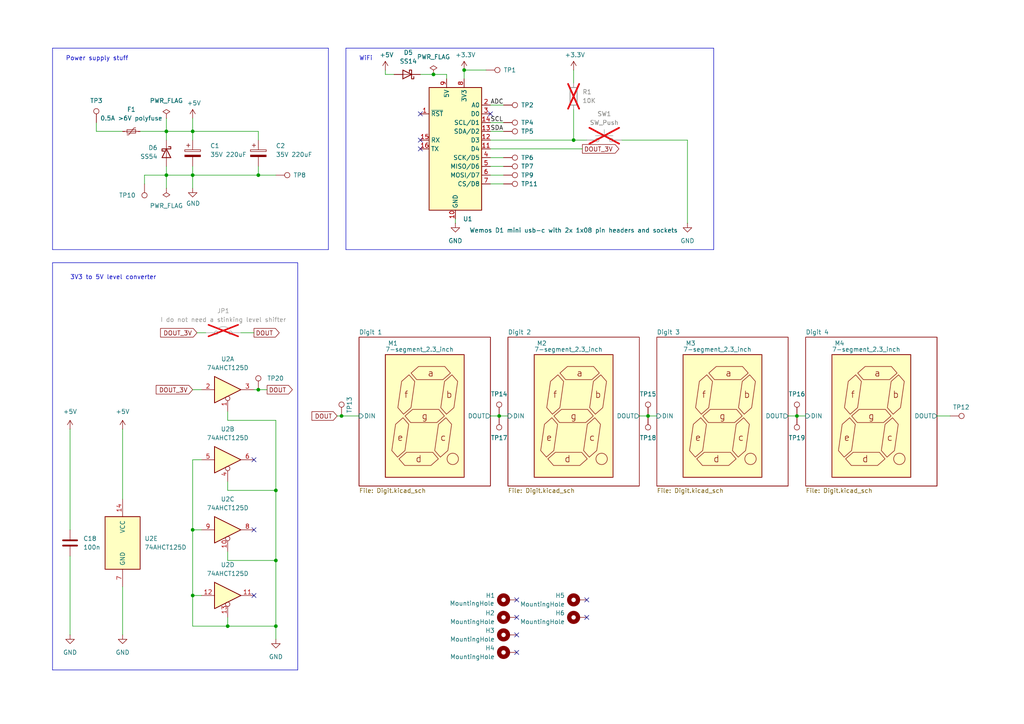
<source format=kicad_sch>
(kicad_sch (version 20250114) (generator "eeschema") (generator_version "9.0")
  (paper "A4")
  (title_block (title "n-teller-xl-diy") (date "2025-09-01") (rev "1.0") (company "https://github.com/atoomnetmarc/n-teller-xl-diy") (comment 1 "Apache License 2.0"))
  (lib_symbols
    (symbol "7-segment:7-segment_2.3_inch"
      (property "Reference" "M" (at -11.43 21.082 0))
      (property "Value" "7-segment_2.3_inch" (at -11.43 19.05 0))
      (symbol "7-segment_2.3_inch_0_1"
        (rectangle (start -11.43 17.78) (end 11.43 -17.78) (stroke (width 0.254)) (fill (type background)))
        (polyline (pts (xy -7.8994 -11.938) (xy -5.7404 -10.033) (xy -4.6482 -2.413) (xy -6.2992 -0.508) (xy -8.4582 -2.413) (xy -9.5504 -10.033) (xy -7.8994 -11.938)))
        (polyline (pts (xy -7.4676 -12.446) (xy -5.2832 -10.541) (xy 2.3368 -10.541) (xy 3.9624 -12.446) (xy 1.8034 -14.351) (xy -5.8166 -14.351) (xy -7.4676 -12.446)))
        (polyline (pts (xy -6.1468 0.508) (xy -3.9878 2.413) (xy -2.8956 10.033) (xy -4.5466 11.938) (xy -6.7056 10.033) (xy -7.7978 2.413) (xy -6.1468 0.508)))
        (polyline (pts (xy -5.715 0) (xy -3.5306 1.905) (xy 4.0894 1.905) (xy 5.715 0) (xy 3.5306 -1.905) (xy -4.0894 -1.905) (xy -5.715 0)))
        (polyline (pts (xy -3.9624 12.446) (xy -1.8034 14.351) (xy 5.8166 14.351) (xy 7.4676 12.446) (xy 5.2832 10.541) (xy -2.3368 10.541) (xy -3.9624 12.446)))
        (polyline (pts (xy 4.5466 -11.938) (xy 6.7056 -10.033) (xy 7.7978 -2.413) (xy 6.1468 -0.508) (xy 3.9878 -2.413) (xy 2.8956 -10.033) (xy 4.5466 -11.938)))
        (polyline (pts (xy 6.2992 0.508) (xy 8.4582 2.413) (xy 9.5504 10.033) (xy 7.8994 11.938) (xy 5.7404 10.033) (xy 4.6482 2.413) (xy 6.2992 0.508)))
        (circle (center 8.128 -12.446) (radius 1.651))
        (text "e" (at -7.0866 -6.223 0) (effects (font (size 1.905 1.905))))
        (text "f" (at -5.3594 6.223 0) (effects (font (size 1.905 1.905))))
        (text "d" (at -1.7526 -12.446 0) (effects (font (size 1.905 1.905))))
        (text "g" (at 0 0 0) (effects (font (size 1.905 1.905))))
        (text "a" (at 1.7526 12.446 0) (effects (font (size 1.905 1.905))))
        (text "c" (at 5.3594 -6.223 0) (effects (font (size 1.905 1.905))))
        (text "b" (at 7.0866 6.223 0) (effects (font (size 1.905 1.905))))
      )
    )
    (symbol "74xx:74LS125" (pin_names (offset 1.016))
      (property "Reference" "U" (at 0 1.27 0))
      (property "Value" "74LS125" (at 0 -1.27 0))
      (symbol "74LS125_1_0"
        (polyline (pts (xy -3.81 3.81) (xy -3.81 -3.81) (xy 3.81 0) (xy -3.81 3.81)) (stroke (width 0.254)) (fill (type background)))
        (pin input line (at -7.62 0 0) (length 3.81) (name "~") (number "2"))
        (pin input inverted (at 0 -6.35 90) (length 4.445) (name "~") (number "1"))
        (pin tri_state line (at 7.62 0 180) (length 3.81) (name "~") (number "3"))
      )
      (symbol "74LS125_2_0"
        (polyline (pts (xy -3.81 3.81) (xy -3.81 -3.81) (xy 3.81 0) (xy -3.81 3.81)) (stroke (width 0.254)) (fill (type background)))
        (pin input line (at -7.62 0 0) (length 3.81) (name "~") (number "5"))
        (pin input inverted (at 0 -6.35 90) (length 4.445) (name "~") (number "4"))
        (pin tri_state line (at 7.62 0 180) (length 3.81) (name "~") (number "6"))
      )
      (symbol "74LS125_3_0"
        (polyline (pts (xy -3.81 3.81) (xy -3.81 -3.81) (xy 3.81 0) (xy -3.81 3.81)) (stroke (width 0.254)) (fill (type background)))
        (pin input line (at -7.62 0 0) (length 3.81) (name "~") (number "9"))
        (pin input inverted (at 0 -6.35 90) (length 4.445) (name "~") (number "10"))
        (pin tri_state line (at 7.62 0 180) (length 3.81) (name "~") (number "8"))
      )
      (symbol "74LS125_4_0"
        (polyline (pts (xy -3.81 3.81) (xy -3.81 -3.81) (xy 3.81 0) (xy -3.81 3.81)) (stroke (width 0.254)) (fill (type background)))
        (pin input line (at -7.62 0 0) (length 3.81) (name "~") (number "12"))
        (pin input inverted (at 0 -6.35 90) (length 4.445) (name "~") (number "13"))
        (pin tri_state line (at 7.62 0 180) (length 3.81) (name "~") (number "11"))
      )
      (symbol "74LS125_5_0"
        (pin power_in line (at 0 12.7 270) (length 5.08) (name "VCC") (number "14"))
        (pin power_in line (at 0 -12.7 90) (length 5.08) (name "GND") (number "7"))
      )
      (symbol "74LS125_5_1"
        (rectangle (start -5.08 7.62) (end 5.08 -7.62) (stroke (width 0.254)) (fill (type background)))
      )
    )
    (symbol "Connector:TestPoint" (pin_numbers (hide yes)) (pin_names (offset 0.762) (hide yes))
      (property "Reference" "TP" (at 0 6.858 0))
      (property "Value" "TestPoint" (at 0 5.08 0))
      (symbol "TestPoint_0_1"
        (circle (center 0 3.302) (radius 0.762))
      )
      (symbol "TestPoint_1_1"
        (pin passive line (at 0 0 90) (length 2.54) (name "1") (number "1"))
      )
    )
    (symbol "Device:C" (pin_numbers (hide yes)) (pin_names (offset 0.254))
      (property "Reference" "C" (at 0.635 2.54 0))
      (property "Value" "C" (at 0.635 -2.54 0))
      (symbol "C_0_1"
        (polyline (pts (xy -2.032 0.762) (xy 2.032 0.762)) (stroke (width 0.508)))
        (polyline (pts (xy -2.032 -0.762) (xy 2.032 -0.762)) (stroke (width 0.508)))
      )
      (symbol "C_1_1"
        (pin passive line (at 0 3.81 270) (length 2.794) (name "~") (number "1"))
        (pin passive line (at 0 -3.81 90) (length 2.794) (name "~") (number "2"))
      )
    )
    (symbol "Device:C_Polarized" (pin_numbers (hide yes)) (pin_names (offset 0.254))
      (property "Reference" "C" (at 0.635 2.54 0))
      (property "Value" "C_Polarized" (at 0.635 -2.54 0))
      (symbol "C_Polarized_0_1"
        (rectangle (start -2.286 0.508) (end 2.286 1.016))
        (polyline (pts (xy -1.778 2.286) (xy -0.762 2.286)))
        (polyline (pts (xy -1.27 2.794) (xy -1.27 1.778)))
        (rectangle (start 2.286 -0.508) (end -2.286 -1.016) (fill (type outline)))
      )
      (symbol "C_Polarized_1_1"
        (pin passive line (at 0 3.81 270) (length 2.794) (name "~") (number "1"))
        (pin passive line (at 0 -3.81 90) (length 2.794) (name "~") (number "2"))
      )
    )
    (symbol "Device:D_Schottky" (pin_numbers (hide yes)) (pin_names (offset 1.016) (hide yes))
      (property "Reference" "D" (at 0 2.54 0))
      (property "Value" "D_Schottky" (at 0 -2.54 0))
      (symbol "D_Schottky_0_1"
        (polyline (pts (xy -1.905 0.635) (xy -1.905 1.27) (xy -1.27 1.27) (xy -1.27 -1.27) (xy -0.635 -1.27) (xy -0.635 -0.635)) (stroke (width 0.254)))
        (polyline (pts (xy 1.27 1.27) (xy 1.27 -1.27) (xy -1.27 0) (xy 1.27 1.27)) (stroke (width 0.254)))
        (polyline (pts (xy 1.27 0) (xy -1.27 0)))
      )
      (symbol "D_Schottky_1_1"
        (pin passive line (at -3.81 0 0) (length 2.54) (name "K") (number "1"))
        (pin passive line (at 3.81 0 180) (length 2.54) (name "A") (number "2"))
      )
    )
    (symbol "Device:Polyfuse_Small" (pin_numbers (hide yes)) (pin_names (offset 0))
      (property "Reference" "F" (at -1.905 0 90))
      (property "Value" "Polyfuse_Small" (at 1.905 0 90))
      (symbol "Polyfuse_Small_0_1"
        (polyline (pts (xy -1.016 1.27) (xy -1.016 0.762) (xy 1.016 -0.762) (xy 1.016 -1.27)))
        (rectangle (start -0.508 1.27) (end 0.508 -1.27))
        (polyline (pts (xy 0 2.54) (xy 0 -2.54)))
      )
      (symbol "Polyfuse_Small_1_1"
        (pin passive line (at 0 2.54 270) (length 0.635) (name "~") (number "1"))
        (pin passive line (at 0 -2.54 90) (length 0.635) (name "~") (number "2"))
      )
    )
    (symbol "Device:R" (pin_numbers (hide yes)) (pin_names (offset 0))
      (property "Reference" "R" (at 2.032 0 90))
      (property "Value" "R" (at 0 0 90))
      (symbol "R_0_1"
        (rectangle (start -1.016 -2.54) (end 1.016 2.54) (stroke (width 0.254)))
      )
      (symbol "R_1_1"
        (pin passive line (at 0 3.81 270) (length 1.27) (name "~") (number "1"))
        (pin passive line (at 0 -3.81 90) (length 1.27) (name "~") (number "2"))
      )
    )
    (symbol "Jumper:Jumper_2_Open" (pin_numbers (hide yes)) (pin_names (offset 0) (hide yes))
      (property "Reference" "JP" (at 0 2.794 0))
      (property "Value" "Jumper_2_Open" (at 0 -2.286 0))
      (symbol "Jumper_2_Open_0_0"
        (circle (center -2.032 0) (radius 0.508))
        (circle (center 2.032 0) (radius 0.508))
      )
      (symbol "Jumper_2_Open_0_1"
        (arc (start -1.524 1.27) (mid 0 1.778) (end 1.524 1.27))
      )
      (symbol "Jumper_2_Open_1_1"
        (pin passive line (at -5.08 0 0) (length 2.54) (name "A") (number "1"))
        (pin passive line (at 5.08 0 180) (length 2.54) (name "B") (number "2"))
      )
    )
    (symbol "Mechanical:MountingHole_Pad" (pin_numbers (hide yes)) (pin_names (offset 1.016) (hide yes)) (in_bom no)
      (property "Reference" "H" (at 0 6.35 0))
      (property "Value" "MountingHole_Pad" (at 0 4.445 0))
      (symbol "MountingHole_Pad_0_1"
        (circle (center 0 1.27) (radius 1.27) (stroke (width 1.27)))
      )
      (symbol "MountingHole_Pad_1_1"
        (pin input line (at 0 -2.54 90) (length 2.54) (name "1") (number "1"))
      )
    )
    (symbol "RF_Module:WEMOS_D1_mini"
      (property "Reference" "U" (at 3.81 19.05 0))
      (property "Value" "WEMOS_D1_mini" (at 1.27 -19.05 0))
      (symbol "WEMOS_D1_mini_1_1"
        (rectangle (start -7.62 17.78) (end 7.62 -17.78) (stroke (width 0.254)) (fill (type background)))
        (pin input line (at -10.16 10.16 0) (length 2.54) (name "~{RST}") (number "1"))
        (pin input line (at -10.16 2.54 0) (length 2.54) (name "RX") (number "15"))
        (pin output line (at -10.16 0 0) (length 2.54) (name "TX") (number "16"))
        (pin power_in line (at -2.54 20.32 270) (length 2.54) (name "5V") (number "9"))
        (pin power_in line (at 0 -20.32 90) (length 2.54) (name "GND") (number "10"))
        (pin power_out line (at 2.54 20.32 270) (length 2.54) (name "3V3") (number "8"))
        (pin input line (at 10.16 12.7 180) (length 2.54) (name "A0") (number "2"))
        (pin bidirectional line (at 10.16 10.16 180) (length 2.54) (name "D0") (number "3"))
        (pin bidirectional line (at 10.16 7.62 180) (length 2.54) (name "SCL/D1") (number "14"))
        (pin bidirectional line (at 10.16 5.08 180) (length 2.54) (name "SDA/D2") (number "13"))
        (pin bidirectional line (at 10.16 2.54 180) (length 2.54) (name "D3") (number "12"))
        (pin bidirectional line (at 10.16 0 180) (length 2.54) (name "D4") (number "11"))
        (pin bidirectional line (at 10.16 -2.54 180) (length 2.54) (name "SCK/D5") (number "4"))
        (pin bidirectional line (at 10.16 -5.08 180) (length 2.54) (name "MISO/D6") (number "5"))
        (pin bidirectional line (at 10.16 -7.62 180) (length 2.54) (name "MOSI/D7") (number "6"))
        (pin bidirectional line (at 10.16 -10.16 180) (length 2.54) (name "CS/D8") (number "7"))
      )
    )
    (symbol "Switch:SW_Push" (pin_numbers (hide yes)) (pin_names (offset 1.016) (hide yes))
      (property "Reference" "SW" (at 1.27 2.54 0))
      (property "Value" "SW_Push" (at 0 -1.524 0))
      (symbol "SW_Push_0_1"
        (circle (center -2.032 0) (radius 0.508))
        (polyline (pts (xy 0 1.27) (xy 0 3.048)))
        (circle (center 2.032 0) (radius 0.508))
        (polyline (pts (xy 2.54 1.27) (xy -2.54 1.27)))
        (pin passive line (at -5.08 0 0) (length 2.54) (name "1") (number "1"))
        (pin passive line (at 5.08 0 180) (length 2.54) (name "2") (number "2"))
      )
    )
    (symbol "power:+3.3V" (power) (pin_numbers (hide yes)) (pin_names (offset 0) (hide yes))
      (property "Value" "+3.3V" (at 0 3.556 0))
      (symbol "+3.3V_0_1"
        (polyline (pts (xy -0.762 1.27) (xy 0 2.54)))
        (polyline (pts (xy 0 2.54) (xy 0.762 1.27)))
        (polyline (pts (xy 0 0) (xy 0 2.54)))
      )
      (symbol "+3.3V_1_1"
        (pin power_in line (at 0 0 90) (length 0) (name "~") (number "1"))
      )
    )
    (symbol "power:+5V" (power) (pin_numbers (hide yes)) (pin_names (offset 0) (hide yes))
      (property "Value" "+5V" (at 0 3.556 0))
      (symbol "+5V_0_1"
        (polyline (pts (xy -0.762 1.27) (xy 0 2.54)))
        (polyline (pts (xy 0 2.54) (xy 0.762 1.27)))
        (polyline (pts (xy 0 0) (xy 0 2.54)))
      )
      (symbol "+5V_1_1"
        (pin power_in line (at 0 0 90) (length 0) (name "~") (number "1"))
      )
    )
    (symbol "power:GND" (power) (pin_numbers (hide yes)) (pin_names (offset 0) (hide yes))
      (property "Value" "GND" (at 0 -3.81 0))
      (symbol "GND_0_1"
        (polyline (pts (xy 0 0) (xy 0 -1.27) (xy 1.27 -1.27) (xy 0 -2.54) (xy -1.27 -1.27) (xy 0 -1.27)))
      )
      (symbol "GND_1_1"
        (pin power_in line (at 0 0 270) (length 0) (name "~") (number "1"))
      )
    )
    (symbol "power:PWR_FLAG" (power) (pin_numbers (hide yes)) (pin_names (offset 0) (hide yes))
      (property "Value" "PWR_FLAG" (at 0 3.81 0))
      (symbol "PWR_FLAG_0_0"
        (pin power_out line (at 0 0 90) (length 0) (name "~") (number "1"))
      )
      (symbol "PWR_FLAG_0_1"
        (polyline (pts (xy 0 0) (xy 0 1.27) (xy -1.016 1.905) (xy 0 2.54) (xy 1.016 1.905) (xy 0 1.27)))
      )
    )
  )
  (text "WiFi" (at 104.14 17.78 0) (effects (font (size 1.27 1.27)) (justify left bottom)))
  (text "3V3 to 5V level converter" (at 20.32 81.28 0) (effects (font (size 1.27 1.27)) (justify left bottom)))
  (text "Power supply stuff" (at 19.05 17.78 0) (effects (font (size 1.27 1.27)) (justify left bottom)))
  (junction (at 48.26 38.1))
  (junction (at 74.93 113.03))
  (junction (at 80.01 181.61))
  (junction (at 144.78 120.65))
  (junction (at 166.37 40.64))
  (junction (at 80.01 142.24))
  (junction (at 55.88 50.8))
  (junction (at 55.88 38.1))
  (junction (at 66.04 181.61))
  (junction (at 80.01 162.56))
  (junction (at 55.88 172.72))
  (junction (at 55.88 153.67))
  (junction (at 187.96 120.65))
  (junction (at 231.14 120.65))
  (junction (at 74.93 50.8))
  (junction (at 99.06 120.65))
  (junction (at 125.73 21.59))
  (junction (at 134.62 20.32))
  (junction (at 48.26 50.8))
  (no_connect (at 149.86 184.15))
  (no_connect (at 121.92 43.18))
  (no_connect (at 170.18 173.99))
  (no_connect (at 121.92 33.02))
  (no_connect (at 149.86 173.99))
  (no_connect (at 149.86 179.07))
  (no_connect (at 73.66 153.67))
  (no_connect (at 142.24 33.02))
  (no_connect (at 121.92 40.64))
  (no_connect (at 73.66 133.35))
  (no_connect (at 73.66 172.72))
  (no_connect (at 170.18 179.07))
  (no_connect (at 149.86 189.23))
  (wire (pts (xy 185.42 120.65) (xy 187.96 120.65)))
  (wire (pts (xy 142.24 40.64) (xy 166.37 40.64)))
  (wire (pts (xy 74.93 40.64) (xy 74.93 38.1)))
  (polyline (pts (xy 100.33 72.39) (xy 207.01 72.39)))
  (wire (pts (xy 20.32 161.29) (xy 20.32 184.15)))
  (wire (pts (xy 66.04 181.61) (xy 80.01 181.61)))
  (wire (pts (xy 55.88 133.35) (xy 58.42 133.35)))
  (wire (pts (xy 55.88 133.35) (xy 55.88 153.67)))
  (wire (pts (xy 55.88 113.03) (xy 58.42 113.03)))
  (wire (pts (xy 40.64 38.1) (xy 48.26 38.1)))
  (wire (pts (xy 142.24 38.1) (xy 146.05 38.1)))
  (wire (pts (xy 55.88 172.72) (xy 55.88 181.61)))
  (wire (pts (xy 142.24 43.18) (xy 168.91 43.18)))
  (wire (pts (xy 55.88 34.29) (xy 55.88 38.1)))
  (wire (pts (xy 166.37 31.75) (xy 166.37 40.64)))
  (wire (pts (xy 48.26 50.8) (xy 48.26 54.61)))
  (wire (pts (xy 35.56 38.1) (xy 27.94 38.1)))
  (wire (pts (xy 55.88 50.8) (xy 55.88 54.61)))
  (wire (pts (xy 55.88 153.67) (xy 58.42 153.67)))
  (wire (pts (xy 121.92 21.59) (xy 125.73 21.59)))
  (wire (pts (xy 111.76 21.59) (xy 114.3 21.59)))
  (wire (pts (xy 80.01 142.24) (xy 80.01 162.56)))
  (polyline (pts (xy 95.25 13.97) (xy 15.24 13.97)))
  (wire (pts (xy 48.26 34.29) (xy 48.26 38.1)))
  (wire (pts (xy 187.96 120.65) (xy 190.5 120.65)))
  (wire (pts (xy 199.39 40.64) (xy 199.39 64.77)))
  (wire (pts (xy 57.15 96.52) (xy 59.69 96.52)))
  (wire (pts (xy 66.04 179.07) (xy 66.04 181.61)))
  (wire (pts (xy 66.04 142.24) (xy 80.01 142.24)))
  (wire (pts (xy 74.93 50.8) (xy 55.88 50.8)))
  (wire (pts (xy 35.56 170.18) (xy 35.56 184.15)))
  (polyline (pts (xy 15.24 72.39) (xy 95.25 72.39)))
  (wire (pts (xy 271.78 120.65) (xy 275.59 120.65)))
  (wire (pts (xy 142.24 50.8) (xy 146.05 50.8)))
  (wire (pts (xy 166.37 20.32) (xy 166.37 24.13)))
  (wire (pts (xy 66.04 162.56) (xy 80.01 162.56)))
  (wire (pts (xy 144.78 120.65) (xy 147.32 120.65)))
  (wire (pts (xy 142.24 35.56) (xy 146.05 35.56)))
  (wire (pts (xy 129.54 21.59) (xy 129.54 22.86)))
  (wire (pts (xy 69.85 96.52) (xy 73.66 96.52)))
  (polyline (pts (xy 86.36 194.31) (xy 86.36 76.2)))
  (wire (pts (xy 66.04 119.38) (xy 66.04 121.92)))
  (wire (pts (xy 231.14 120.65) (xy 233.68 120.65)))
  (wire (pts (xy 41.91 53.34) (xy 41.91 50.8)))
  (wire (pts (xy 142.24 30.48) (xy 146.05 30.48)))
  (wire (pts (xy 199.39 40.64) (xy 180.34 40.64)))
  (wire (pts (xy 73.66 113.03) (xy 74.93 113.03)))
  (wire (pts (xy 80.01 121.92) (xy 80.01 142.24)))
  (polyline (pts (xy 207.01 72.39) (xy 207.01 13.97)))
  (wire (pts (xy 55.88 181.61) (xy 66.04 181.61)))
  (wire (pts (xy 66.04 139.7) (xy 66.04 142.24)))
  (wire (pts (xy 142.24 53.34) (xy 146.05 53.34)))
  (polyline (pts (xy 15.24 194.31) (xy 86.36 194.31)))
  (wire (pts (xy 142.24 48.26) (xy 146.05 48.26)))
  (wire (pts (xy 55.88 172.72) (xy 58.42 172.72)))
  (wire (pts (xy 20.32 124.46) (xy 20.32 153.67)))
  (wire (pts (xy 74.93 48.26) (xy 74.93 50.8)))
  (wire (pts (xy 74.93 38.1) (xy 55.88 38.1)))
  (polyline (pts (xy 207.01 13.97) (xy 100.33 13.97)))
  (wire (pts (xy 228.6 120.65) (xy 231.14 120.65)))
  (wire (pts (xy 142.24 45.72) (xy 146.05 45.72)))
  (wire (pts (xy 142.24 120.65) (xy 144.78 120.65)))
  (wire (pts (xy 74.93 113.03) (xy 77.47 113.03)))
  (wire (pts (xy 166.37 40.64) (xy 170.18 40.64)))
  (polyline (pts (xy 100.33 13.97) (xy 100.33 72.39)))
  (wire (pts (xy 27.94 38.1) (xy 27.94 35.56)))
  (wire (pts (xy 134.62 20.32) (xy 140.97 20.32)))
  (wire (pts (xy 41.91 50.8) (xy 48.26 50.8)))
  (wire (pts (xy 48.26 50.8) (xy 55.88 50.8)))
  (wire (pts (xy 66.04 160.02) (xy 66.04 162.56)))
  (wire (pts (xy 66.04 121.92) (xy 80.01 121.92)))
  (polyline (pts (xy 15.24 13.97) (xy 15.24 72.39)))
  (wire (pts (xy 55.88 153.67) (xy 55.88 172.72)))
  (polyline (pts (xy 86.36 76.2) (xy 15.24 76.2)))
  (wire (pts (xy 48.26 48.26) (xy 48.26 50.8)))
  (wire (pts (xy 97.79 120.65) (xy 99.06 120.65)))
  (wire (pts (xy 80.01 162.56) (xy 80.01 181.61)))
  (polyline (pts (xy 95.25 72.39) (xy 95.25 13.97)))
  (wire (pts (xy 48.26 38.1) (xy 48.26 40.64)))
  (wire (pts (xy 134.62 20.32) (xy 134.62 22.86)))
  (wire (pts (xy 55.88 40.64) (xy 55.88 38.1)))
  (wire (pts (xy 125.73 21.59) (xy 129.54 21.59)))
  (polyline (pts (xy 15.24 76.2) (xy 15.24 194.31)))
  (wire (pts (xy 35.56 124.46) (xy 35.56 144.78)))
  (wire (pts (xy 48.26 38.1) (xy 55.88 38.1)))
  (wire (pts (xy 99.06 120.65) (xy 104.14 120.65)))
  (wire (pts (xy 80.01 181.61) (xy 80.01 185.42)))
  (wire (pts (xy 111.76 20.32) (xy 111.76 21.59)))
  (wire (pts (xy 74.93 50.8) (xy 80.01 50.8)))
  (wire (pts (xy 55.88 50.8) (xy 55.88 48.26)))
  (wire (pts (xy 132.08 63.5) (xy 132.08 64.77)))
  (label "SDA" (at 142.24 38.1 0))
  (label "ADC" (at 142.24 30.48 0))
  (label "SCL" (at 142.24 35.56 0))
  (global_label "DOUT_3V" (shape input) (at 57.15 96.52 180) (property "Intersheetrefs" "${INTERSHEET_REFS}" (effects (hide yes))))
  (global_label "DOUT" (shape input) (at 97.79 120.65 180) (property "Intersheetrefs" "${INTERSHEET_REFS}" (effects (hide yes))))
  (global_label "DOUT_3V" (shape input) (at 55.88 113.03 180) (property "Intersheetrefs" "${INTERSHEET_REFS}" (effects (hide yes))))
  (global_label "DOUT" (shape output) (at 77.47 113.03 0) (property "Intersheetrefs" "${INTERSHEET_REFS}" (effects (hide yes))))
  (global_label "DOUT" (shape output) (at 73.66 96.52 0) (property "Intersheetrefs" "${INTERSHEET_REFS}" (effects (hide yes))))
  (global_label "DOUT_3V" (shape output) (at 168.91 43.18 0) (property "Intersheetrefs" "${INTERSHEET_REFS}" (effects (hide yes))))
  (symbol (lib_id "Device:D_Schottky") (at 48.26 44.45 270) (unit 1)
    (property "Reference" "D6" (at 45.72 42.8625 90) (effects (justify right)))
    (property "Value" "SS54" (at 45.72 45.4025 90) (effects (justify right)))
    (property "Footprint" "Diode_SMD:D_SMA" (effects (hide yes)))
  )
  (symbol (lib_id "7-segment:7-segment_2.3_inch") (at 166.37 120.65 0) (unit 1)
    (property "Reference" "M2" (at 155.702 99.5679 0) (effects (justify left)))
    (property "Value" "7-segment_2.3_inch" (at 154.94 101.3459 0) (effects (justify left)))
    (property "Footprint" "7-segment:3d-printed 7-segment 2.3 inch" (effects (hide yes)))
    (property "Description" "Single Digit 7-segment 3d-print" (effects (hide yes)))
  )
  (symbol (lib_id "Connector:TestPoint") (at 231.14 120.65 0) (mirror x) (unit 1) (in_bom no)
    (property "Reference" "TP19" (at 231.14 127 0))
    (property "Value" "TestPoint" (effects (hide yes)))
    (property "Footprint" "TestPoint:TestPoint_Pad_D2.0mm" (effects (hide yes)))
  )
  (symbol (lib_id "Connector:TestPoint") (at 74.93 113.03 0) (mirror y) (unit 1) (in_bom no)
    (property "Reference" "TP20" (at 77.47 109.7279 0) (effects (justify right)))
    (property "Value" "TestPoint" (effects (hide yes)))
    (property "Footprint" "TestPoint:TestPoint_Pad_D2.0mm" (effects (hide yes)))
  )
  (symbol (lib_id "Connector:TestPoint") (at 146.05 35.56 270) (mirror x) (unit 1) (in_bom no)
    (property "Reference" "TP4" (at 151.13 35.5599 90) (effects (justify left)))
    (property "Value" "TestPoint" (effects (hide yes)))
    (property "Footprint" "TestPoint:TestPoint_Pad_D1.0mm" (effects (hide yes)))
  )
  (symbol (lib_id "power:GND") (at 55.88 54.61 0) (unit 1)
    (property "Reference" "#PWR035" (effects (hide yes)))
    (property "Value" "GND" (at 56.007 59.0042 0))
  )
  (symbol (lib_id "74xx:74LS125") (at 66.04 133.35 0) (unit 2)
    (property "Reference" "U2" (at 66.04 124.46 0))
    (property "Value" "74AHCT125D" (at 66.04 127 0))
    (property "Footprint" "Package_SO:SOIC-14_3.9x8.7mm_P1.27mm" (effects (hide yes)))
    (property "Datasheet" "http://www.ti.com/lit/gpn/sn74LS125" (effects (hide yes)))
  )
  (symbol (lib_id "Device:C_Polarized") (at 74.93 44.45 0) (unit 1)
    (property "Reference" "C2" (at 80.01 42.291 0) (effects (justify left)))
    (property "Value" "35V 220uF" (at 80.01 44.831 0) (effects (justify left)))
    (property "Footprint" "Capacitor_THT:CP_Radial_D10.0mm_P5.00mm" (effects (hide yes)))
  )
  (symbol (lib_id "Mechanical:MountingHole_Pad") (at 167.64 179.07 90) (unit 1) (in_bom no)
    (property "Reference" "H6" (at 163.83 177.7999 90) (effects (justify left)))
    (property "Value" "MountingHole" (at 163.83 180.3399 90) (effects (justify left)))
    (property "Footprint" "MountingHole:MountingHole_3.2mm_M3_Pad_Via" (effects (hide yes)))
    (property "Description" "Mounting Hole with connection" (effects (hide yes)))
  )
  (symbol (lib_id "power:GND") (at 35.56 184.15 0) (unit 1)
    (property "Reference" "#PWR041" (effects (hide yes)))
    (property "Value" "GND" (at 35.56 189.23 0))
  )
  (symbol (lib_id "74xx:74LS125") (at 66.04 153.67 0) (unit 3)
    (property "Reference" "U2" (at 66.04 144.78 0))
    (property "Value" "74AHCT125D" (at 66.04 147.32 0))
    (property "Footprint" "Package_SO:SOIC-14_3.9x8.7mm_P1.27mm" (effects (hide yes)))
    (property "Datasheet" "http://www.ti.com/lit/gpn/sn74LS125" (effects (hide yes)))
  )
  (symbol (lib_id "power:+5V") (at 35.56 124.46 0) (unit 1)
    (property "Reference" "#PWR039" (effects (hide yes)))
    (property "Value" "+5V" (at 35.56 119.38 0))
  )
  (symbol (lib_id "Connector:TestPoint") (at 146.05 50.8 270) (mirror x) (unit 1) (in_bom no)
    (property "Reference" "TP9" (at 151.13 50.7999 90) (effects (justify left)))
    (property "Value" "TestPoint" (effects (hide yes)))
    (property "Footprint" "TestPoint:TestPoint_Pad_D1.0mm" (effects (hide yes)))
  )
  (symbol (lib_id "power:PWR_FLAG") (at 48.26 54.61 180) (unit 1)
    (property "Reference" "#FLG03" (effects (hide yes)))
    (property "Value" "PWR_FLAG" (at 48.26 59.69 0))
  )
  (symbol (lib_id "Mechanical:MountingHole_Pad") (at 147.32 189.23 90) (unit 1) (in_bom no)
    (property "Reference" "H4" (at 143.51 187.9599 90) (effects (justify left)))
    (property "Value" "MountingHole" (at 143.51 190.4999 90) (effects (justify left)))
    (property "Footprint" "MountingHole:MountingHole_3.2mm_M3_Pad_Via" (effects (hide yes)))
    (property "Description" "Mounting Hole with connection" (effects (hide yes)))
  )
  (symbol (lib_id "Connector:TestPoint") (at 41.91 53.34 0) (mirror x) (unit 1) (in_bom no)
    (property "Reference" "TP10" (at 39.37 56.6419 0) (effects (justify right)))
    (property "Value" "TestPoint" (effects (hide yes)))
    (property "Footprint" "TestPoint:TestPoint_Pad_D4.0mm" (effects (hide yes)))
  )
  (symbol (lib_id "Connector:TestPoint") (at 187.96 120.65 0) (mirror x) (unit 1) (in_bom no)
    (property "Reference" "TP18" (at 187.96 127 0))
    (property "Value" "TestPoint" (effects (hide yes)))
    (property "Footprint" "TestPoint:TestPoint_Pad_D2.0mm" (effects (hide yes)))
  )
  (symbol (lib_id "7-segment:7-segment_2.3_inch") (at 209.55 120.65 0) (unit 1)
    (property "Reference" "M3" (at 198.882 99.5679 0) (effects (justify left)))
    (property "Value" "7-segment_2.3_inch" (at 198.12 101.3459 0) (effects (justify left)))
    (property "Footprint" "7-segment:3d-printed 7-segment 2.3 inch" (effects (hide yes)))
    (property "Description" "Single Digit 7-segment 3d-print" (effects (hide yes)))
  )
  (symbol (lib_id "Mechanical:MountingHole_Pad") (at 147.32 184.15 90) (unit 1) (in_bom no)
    (property "Reference" "H3" (at 143.51 182.8799 90) (effects (justify left)))
    (property "Value" "MountingHole" (at 143.51 185.4199 90) (effects (justify left)))
    (property "Footprint" "MountingHole:MountingHole_3.2mm_M3_Pad_Via" (effects (hide yes)))
    (property "Description" "Mounting Hole with connection" (effects (hide yes)))
  )
  (symbol (lib_id "Mechanical:MountingHole_Pad") (at 147.32 179.07 90) (unit 1) (in_bom no)
    (property "Reference" "H2" (at 143.51 177.7999 90) (effects (justify left)))
    (property "Value" "MountingHole" (at 143.51 180.3399 90) (effects (justify left)))
    (property "Footprint" "MountingHole:MountingHole_3.2mm_M3_Pad_Via" (effects (hide yes)))
    (property "Description" "Mounting Hole with connection" (effects (hide yes)))
  )
  (symbol (lib_id "Connector:TestPoint") (at 146.05 30.48 270) (mirror x) (unit 1) (in_bom no)
    (property "Reference" "TP2" (at 151.13 30.4799 90) (effects (justify left)))
    (property "Value" "TestPoint" (effects (hide yes)))
    (property "Footprint" "TestPoint:TestPoint_Pad_D2.0mm" (effects (hide yes)))
  )
  (symbol (lib_id "Device:Polyfuse_Small") (at 38.1 38.1 90) (unit 1)
    (property "Reference" "F1" (at 38.1 31.75 90))
    (property "Value" "0.5A >6V polyfuse" (at 38.1 34.29 90))
    (property "Footprint" "Fuse:Fuse_1812_4532Metric_Pad1.30x3.40mm_HandSolder" (effects (hide yes)))
  )
  (symbol (lib_id "power:GND") (at 80.01 185.42 0) (unit 1)
    (property "Reference" "#PWR042" (effects (hide yes)))
    (property "Value" "GND" (at 80.01 190.5 0))
  )
  (symbol (lib_id "Device:C_Polarized") (at 55.88 44.45 0) (unit 1)
    (property "Reference" "C1" (at 60.96 42.291 0) (effects (justify left)))
    (property "Value" "35V 220uF" (at 60.96 44.831 0) (effects (justify left)))
    (property "Footprint" "Capacitor_THT:CP_Radial_D10.0mm_P5.00mm" (effects (hide yes)))
  )
  (symbol (lib_id "Connector:TestPoint") (at 146.05 48.26 270) (mirror x) (unit 1) (in_bom no)
    (property "Reference" "TP7" (at 151.13 48.2599 90) (effects (justify left)))
    (property "Value" "TestPoint" (effects (hide yes)))
    (property "Footprint" "TestPoint:TestPoint_Pad_D1.0mm" (effects (hide yes)))
  )
  (symbol (lib_id "Connector:TestPoint") (at 80.01 50.8 270) (mirror x) (unit 1) (in_bom no)
    (property "Reference" "TP8" (at 85.09 50.7999 90) (effects (justify left)))
    (property "Value" "TestPoint" (effects (hide yes)))
    (property "Footprint" "TestPoint:TestPoint_Pad_D2.0mm" (effects (hide yes)))
  )
  (symbol (lib_id "power:GND") (at 199.39 64.77 0) (mirror y) (unit 1)
    (property "Reference" "#PWR037" (effects (hide yes)))
    (property "Value" "GND" (at 199.39 69.85 0))
  )
  (symbol (lib_id "Connector:TestPoint") (at 99.06 120.65 0) (mirror y) (unit 1) (in_bom no)
    (property "Reference" "TP13" (at 101.346 119.888 90) (effects (justify left)))
    (property "Value" "TestPoint" (effects (hide yes)))
    (property "Footprint" "TestPoint:TestPoint_Pad_D2.0mm" (effects (hide yes)))
  )
  (symbol (lib_id "Mechanical:MountingHole_Pad") (at 167.64 173.99 90) (unit 1) (in_bom no)
    (property "Reference" "H5" (at 163.83 172.7199 90) (effects (justify left)))
    (property "Value" "MountingHole" (at 163.83 175.2599 90) (effects (justify left)))
    (property "Footprint" "MountingHole:MountingHole_3.2mm_M3_Pad_Via" (effects (hide yes)))
    (property "Description" "Mounting Hole with connection" (effects (hide yes)))
  )
  (symbol (lib_id "7-segment:7-segment_2.3_inch") (at 252.73 120.65 0) (unit 1)
    (property "Reference" "M4" (at 242.062 99.5679 0) (effects (justify left)))
    (property "Value" "7-segment_2.3_inch" (at 241.3 101.3459 0) (effects (justify left)))
    (property "Footprint" "7-segment:3d-printed 7-segment 2.3 inch" (effects (hide yes)))
    (property "Description" "Single Digit 7-segment 3d-print" (effects (hide yes)))
  )
  (symbol (lib_id "Device:D_Schottky") (at 118.11 21.59 180) (unit 1)
    (property "Reference" "D5" (at 118.4275 15.24 0))
    (property "Value" "SS14" (at 118.4275 17.78 0))
    (property "Footprint" "Diode_SMD:D_SMA" (effects (hide yes)))
  )
  (symbol (lib_id "Mechanical:MountingHole_Pad") (at 147.32 173.99 90) (unit 1) (in_bom no)
    (property "Reference" "H1" (at 142.24 172.72 90))
    (property "Value" "MountingHole" (at 136.906 175.006 90))
    (property "Footprint" "MountingHole:MountingHole_3.2mm_M3_Pad_Via" (effects (hide yes)))
    (property "Description" "Mounting Hole with connection" (effects (hide yes)))
  )
  (symbol (lib_id "Connector:TestPoint") (at 275.59 120.65 270) (mirror x) (unit 1) (in_bom no)
    (property "Reference" "TP12" (at 276.352 118.11 90) (effects (justify left)))
    (property "Value" "TestPoint" (effects (hide yes)))
    (property "Footprint" "TestPoint:TestPoint_Pad_D2.0mm" (effects (hide yes)))
  )
  (symbol (lib_id "power:+5V") (at 55.88 34.29 0) (unit 1)
    (property "Reference" "#PWR034" (effects (hide yes)))
    (property "Value" "+5V" (at 56.261 29.8958 0))
  )
  (symbol (lib_id "power:+3.3V") (at 166.37 20.32 0) (unit 1)
    (property "Reference" "#PWR033" (effects (hide yes)))
    (property "Value" "+3.3V" (at 166.751 15.9258 0))
  )
  (symbol (lib_id "Connector:TestPoint") (at 146.05 38.1 270) (mirror x) (unit 1) (in_bom no)
    (property "Reference" "TP5" (at 151.13 38.0999 90) (effects (justify left)))
    (property "Value" "TestPoint" (effects (hide yes)))
    (property "Footprint" "TestPoint:TestPoint_Pad_D1.0mm" (effects (hide yes)))
  )
  (symbol (lib_id "Connector:TestPoint") (at 231.14 120.65 0) (mirror y) (unit 1) (in_bom no)
    (property "Reference" "TP16" (at 231.14 114.3 0))
    (property "Value" "TestPoint" (effects (hide yes)))
    (property "Footprint" "TestPoint:TestPoint_Pad_D2.0mm" (effects (hide yes)))
  )
  (symbol (lib_id "power:GND") (at 20.32 184.15 0) (unit 1)
    (property "Reference" "#PWR040" (effects (hide yes)))
    (property "Value" "GND" (at 20.32 189.23 0))
  )
  (symbol (lib_id "Connector:TestPoint") (at 187.96 120.65 0) (mirror y) (unit 1) (in_bom no)
    (property "Reference" "TP15" (at 187.96 114.3 0))
    (property "Value" "TestPoint" (effects (hide yes)))
    (property "Footprint" "TestPoint:TestPoint_Pad_D2.0mm" (effects (hide yes)))
  )
  (symbol (lib_id "Jumper:Jumper_2_Open") (at 64.77 96.52 0) (unit 1) (in_bom no) (dnp yes)
    (property "Reference" "JP1" (at 64.77 90.17 0))
    (property "Value" "I do not need a stinking level shifter" (at 64.77 92.71 0))
    (property "Footprint" "Jumper:SolderJumper-2_P1.3mm_Open_TrianglePad1.0x1.5mm" (effects (hide yes)))
    (property "Description" "Jumper, 2-pole, open" (effects (hide yes)))
  )
  (symbol (lib_id "power:+5V") (at 20.32 124.46 0) (unit 1)
    (property "Reference" "#PWR038" (effects (hide yes)))
    (property "Value" "+5V" (at 20.32 119.38 0))
  )
  (symbol (lib_id "power:+5V") (at 111.76 20.32 0) (unit 1)
    (property "Reference" "#PWR031" (effects (hide yes)))
    (property "Value" "+5V" (at 112.141 15.9258 0))
  )
  (symbol (lib_id "7-segment:7-segment_2.3_inch") (at 123.19 120.65 0) (unit 1)
    (property "Reference" "M1" (at 112.522 99.5679 0) (effects (justify left)))
    (property "Value" "7-segment_2.3_inch" (at 111.76 101.3459 0) (effects (justify left)))
    (property "Footprint" "7-segment:3d-printed 7-segment 2.3 inch" (effects (hide yes)))
    (property "Description" "Single Digit 7-segment 3d-print" (effects (hide yes)))
  )
  (symbol (lib_id "Device:R") (at 166.37 27.94 180) (unit 1) (in_bom no) (dnp yes)
    (property "Reference" "R1" (at 168.91 26.67 0) (effects (justify right)))
    (property "Value" "10K" (at 168.91 29.21 0) (effects (justify right)))
    (property "Footprint" "Resistor_SMD:R_0805_2012Metric_Pad1.20x1.40mm_HandSolder" (effects (hide yes)))
  )
  (symbol (lib_id "74xx:74LS125") (at 35.56 157.48 0) (unit 5)
    (property "Reference" "U2" (at 41.91 156.21 0) (effects (justify left)))
    (property "Value" "74AHCT125D" (at 41.91 158.75 0) (effects (justify left)))
    (property "Footprint" "Package_SO:SOIC-14_3.9x8.7mm_P1.27mm" (effects (hide yes)))
    (property "Datasheet" "http://www.ti.com/lit/gpn/sn74LS125" (effects (hide yes)))
  )
  (symbol (lib_id "power:GND") (at 132.08 64.77 0) (unit 1)
    (property "Reference" "#PWR036" (effects (hide yes)))
    (property "Value" "GND" (at 132.08 69.85 0))
  )
  (symbol (lib_id "RF_Module:WEMOS_D1_mini") (at 132.08 43.18 0) (unit 1)
    (property "Reference" "U1" (at 134.2741 63.5 0) (effects (justify left)))
    (property "Value" "Wemos D1 mini usb-c with 2x 1x08 pin headers and sockets" (at 136.144 66.802 0) (effects (justify left)))
    (property "Footprint" "RF_Module-fixed:WEMOS_D1_mini" (effects (hide yes)))
    (property "Datasheet" "https://wiki.wemos.cc/products:d1:d1_mini#documentation" (effects (hide yes)))
    (property "Description" "32-bit microcontroller module with WiFi" (effects (hide yes)))
  )
  (symbol (lib_id "Connector:TestPoint") (at 146.05 45.72 270) (mirror x) (unit 1) (in_bom no)
    (property "Reference" "TP6" (at 151.13 45.7199 90) (effects (justify left)))
    (property "Value" "TestPoint" (effects (hide yes)))
    (property "Footprint" "TestPoint:TestPoint_Pad_D1.0mm" (effects (hide yes)))
  )
  (symbol (lib_id "Connector:TestPoint") (at 27.94 35.56 0) (unit 1) (in_bom no)
    (property "Reference" "TP3" (at 27.94 29.21 0))
    (property "Value" "TestPoint" (effects (hide yes)))
    (property "Footprint" "TestPoint:TestPoint_Pad_D4.0mm" (effects (hide yes)))
  )
  (symbol (lib_id "Device:C") (at 20.32 157.48 0) (unit 1)
    (property "Reference" "C18" (at 24.13 156.21 0) (effects (justify left)))
    (property "Value" "100n" (at 24.13 158.75 0) (effects (justify left)))
    (property "Footprint" "Capacitor_SMD:C_0805_2012Metric_Pad1.18x1.45mm_HandSolder" (effects (hide yes)))
  )
  (symbol (lib_id "Connector:TestPoint") (at 146.05 53.34 270) (mirror x) (unit 1) (in_bom no)
    (property "Reference" "TP11" (at 151.13 53.3399 90) (effects (justify left)))
    (property "Value" "TestPoint" (effects (hide yes)))
    (property "Footprint" "TestPoint:TestPoint_Pad_D1.0mm" (effects (hide yes)))
  )
  (symbol (lib_id "Connector:TestPoint") (at 144.78 120.65 0) (mirror x) (unit 1) (in_bom no)
    (property "Reference" "TP17" (at 144.78 127 0))
    (property "Value" "TestPoint" (effects (hide yes)))
    (property "Footprint" "TestPoint:TestPoint_Pad_D2.0mm" (effects (hide yes)))
  )
  (symbol (lib_id "Connector:TestPoint") (at 140.97 20.32 270) (mirror x) (unit 1) (in_bom no)
    (property "Reference" "TP1" (at 146.05 20.3199 90) (effects (justify left)))
    (property "Value" "TestPoint" (effects (hide yes)))
    (property "Footprint" "TestPoint:TestPoint_Pad_D2.0mm" (effects (hide yes)))
  )
  (symbol (lib_id "power:PWR_FLAG") (at 48.26 34.29 0) (unit 1)
    (property "Reference" "#FLG02" (effects (hide yes)))
    (property "Value" "PWR_FLAG" (at 48.26 29.21 0))
  )
  (symbol (lib_id "power:PWR_FLAG") (at 125.73 21.59 0) (unit 1)
    (property "Reference" "#FLG01" (effects (hide yes)))
    (property "Value" "PWR_FLAG" (at 125.73 16.51 0))
  )
  (symbol (lib_id "power:+3.3V") (at 134.62 20.32 0) (unit 1)
    (property "Reference" "#PWR032" (effects (hide yes)))
    (property "Value" "+3.3V" (at 135.001 15.9258 0))
  )
  (symbol (lib_id "Switch:SW_Push") (at 175.26 40.64 0) (mirror y) (unit 1) (in_bom no) (dnp yes)
    (property "Reference" "SW1" (at 175.26 33.02 0))
    (property "Value" "SW_Push" (at 175.26 35.56 0))
    (property "Footprint" "Button_Switch_SMD:SW_SPST_CK_RS282G05A3" (effects (hide yes)))
  )
  (symbol (lib_id "74xx:74LS125") (at 66.04 172.72 0) (unit 4)
    (property "Reference" "U2" (at 66.04 163.83 0))
    (property "Value" "74AHCT125D" (at 66.04 166.37 0))
    (property "Footprint" "Package_SO:SOIC-14_3.9x8.7mm_P1.27mm" (effects (hide yes)))
    (property "Datasheet" "http://www.ti.com/lit/gpn/sn74LS125" (effects (hide yes)))
  )
  (symbol (lib_id "74xx:74LS125") (at 66.04 113.03 0) (unit 1)
    (property "Reference" "U2" (at 66.04 104.14 0))
    (property "Value" "74AHCT125D" (at 66.04 106.68 0))
    (property "Footprint" "Package_SO:SOIC-14_3.9x8.7mm_P1.27mm" (effects (hide yes)))
    (property "Datasheet" "http://www.ti.com/lit/gpn/sn74LS125" (effects (hide yes)))
  )
  (symbol (lib_id "Connector:TestPoint") (at 144.78 120.65 0) (mirror y) (unit 1) (in_bom no)
    (property "Reference" "TP14" (at 144.78 114.3 0))
    (property "Value" "TestPoint" (effects (hide yes)))
    (property "Footprint" "TestPoint:TestPoint_Pad_D2.0mm" (effects (hide yes)))
  )
  (sheet (at 190.5 97.79) (size 38.1 43.18) (stroke (width 0.1524))
    (property "Sheetname" "Digit 3" (at 190.5 97.0784 0) (effects (justify left bottom)))
    (property "Sheetfile" "Digit.kicad_sch" (at 190.5 141.5546 0) (effects (justify left top)))
    (pin "DOUT" output (at 228.6 120.65 0))
    (pin "DIN" input (at 190.5 120.65 180))
  )
  (sheet (at 104.14 97.79) (size 38.1 43.18) (stroke (width 0.1524))
    (property "Sheetname" "Digit 1" (at 104.14 97.0784 0) (effects (justify left bottom)))
    (property "Sheetfile" "Digit.kicad_sch" (at 104.14 141.5546 0) (effects (justify left top)))
    (pin "DOUT" output (at 142.24 120.65 0))
    (pin "DIN" input (at 104.14 120.65 180))
  )
  (sheet (at 233.68 97.79) (size 38.1 43.18) (stroke (width 0.1524))
    (property "Sheetname" "Digit 4" (at 233.68 97.0784 0) (effects (justify left bottom)))
    (property "Sheetfile" "Digit.kicad_sch" (at 233.68 141.5546 0) (effects (justify left top)))
    (pin "DOUT" output (at 271.78 120.65 0))
    (pin "DIN" input (at 233.68 120.65 180))
  )
  (sheet (at 147.32 97.79) (size 38.1 43.18) (stroke (width 0.1524))
    (property "Sheetname" "Digit 2" (at 147.32 97.0784 0) (effects (justify left bottom)))
    (property "Sheetfile" "Digit.kicad_sch" (at 147.32 141.5546 0) (effects (justify left top)))
    (pin "DOUT" output (at 185.42 120.65 0))
    (pin "DIN" input (at 147.32 120.65 180))
  )
)
</source>
